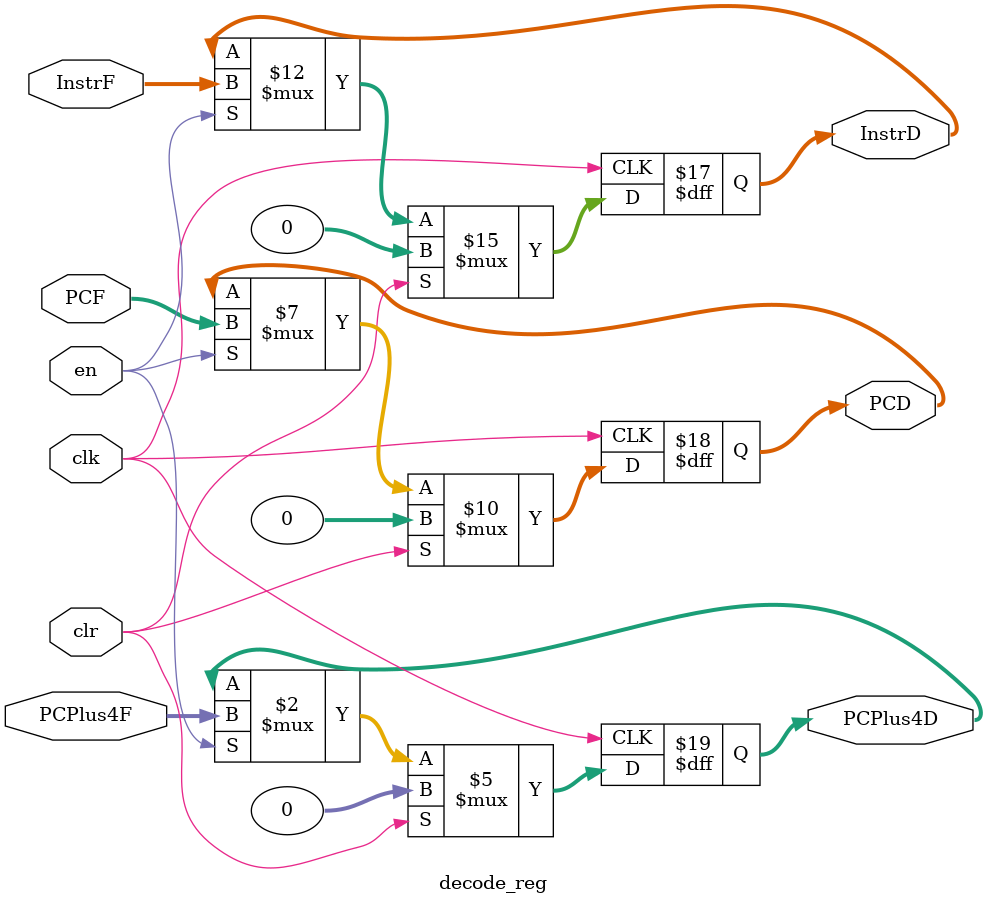
<source format=sv>

module decode_reg
(
  input  logic        clk,
  input  logic        en,
  input  logic        clr,

  input  logic [31:0] InstrF,
  input  logic [31:0] PCF,
  input  logic [31:0] PCPlus4F,

  output logic [31:0] InstrD,
  output logic [31:0] PCD,
  output logic [31:0] PCPlus4D
);

  always_ff @(posedge clk) begin

    if(clr) begin
      InstrD   <= 32'b0;
      PCD      <= 32'b0;
      PCPlus4D <= 32'b0;
    end else

    if(en) begin
      InstrD   <= InstrF;
      PCD      <= PCF;
      PCPlus4D <= PCPlus4F; 
    end

  end

endmodule 

</source>
